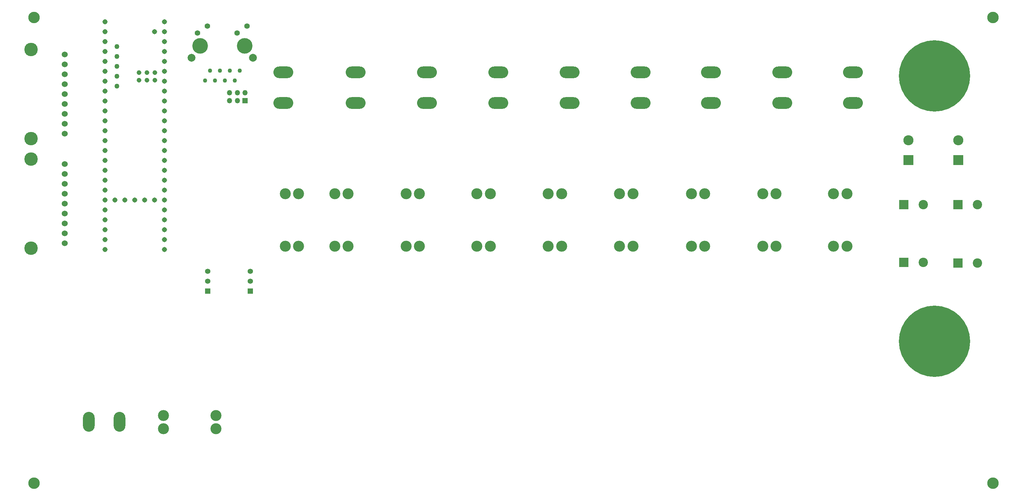
<source format=gbr>
%TF.GenerationSoftware,KiCad,Pcbnew,(5.1.6)-1*%
%TF.CreationDate,2022-03-18T21:22:57-05:00*%
%TF.ProjectId,PackVoltage_2022_Rev1,5061636b-566f-46c7-9461-67655f323032,rev?*%
%TF.SameCoordinates,Original*%
%TF.FileFunction,Soldermask,Bot*%
%TF.FilePolarity,Negative*%
%FSLAX46Y46*%
G04 Gerber Fmt 4.6, Leading zero omitted, Abs format (unit mm)*
G04 Created by KiCad (PCBNEW (5.1.6)-1) date 2022-03-18 21:22:57*
%MOMM*%
%LPD*%
G01*
G04 APERTURE LIST*
%ADD10C,2.946400*%
%ADD11O,5.100000X3.000000*%
%ADD12O,3.000000X5.100000*%
%ADD13C,1.524000*%
%ADD14C,3.450000*%
%ADD15C,18.288000*%
%ADD16C,1.308000*%
%ADD17C,1.258000*%
%ADD18C,1.208000*%
%ADD19C,1.358000*%
%ADD20R,1.358000X1.358000*%
%ADD21C,1.100000*%
%ADD22C,4.000000*%
%ADD23C,1.400000*%
%ADD24C,2.000000*%
%ADD25C,2.819400*%
%ADD26O,2.600000X2.600000*%
%ADD27R,2.600000X2.600000*%
%ADD28O,1.350000X1.350000*%
%ADD29R,1.350000X1.350000*%
%ADD30C,2.400000*%
%ADD31R,2.400000X2.400000*%
G04 APERTURE END LIST*
D10*
%TO.C,REF\u002A\u002A*%
X-21590000Y-29464000D03*
%TD*%
%TO.C,REF\u002A\u002A*%
X-21590000Y-148971000D03*
%TD*%
%TO.C,REF\u002A\u002A*%
X224282000Y-148971000D03*
%TD*%
%TO.C,REF\u002A\u002A*%
X224282000Y-29464000D03*
%TD*%
D11*
%TO.C,Conn12*%
X60864000Y-43492000D03*
X60864000Y-51366000D03*
%TD*%
D12*
%TO.C,Conn11*%
X-7562000Y-133192000D03*
X312000Y-133192000D03*
%TD*%
D11*
%TO.C,Conn10*%
X79152000Y-43492000D03*
X79152000Y-51366000D03*
%TD*%
%TO.C,Conn9*%
X97440000Y-43492000D03*
X97440000Y-51366000D03*
%TD*%
%TO.C,Conn8*%
X115728000Y-43492000D03*
X115728000Y-51366000D03*
%TD*%
%TO.C,Conn7*%
X133889000Y-43492000D03*
X133889000Y-51366000D03*
%TD*%
%TO.C,Conn6*%
X151923000Y-43492000D03*
X151923000Y-51366000D03*
%TD*%
%TO.C,Conn5*%
X170211000Y-43492000D03*
X170211000Y-51366000D03*
%TD*%
%TO.C,Conn4*%
X188372000Y-43492000D03*
X188372000Y-51366000D03*
%TD*%
%TO.C,Conn3*%
X42322000Y-43492000D03*
X42322000Y-51366000D03*
%TD*%
D13*
%TO.C,Conn2*%
X-13716000Y-67056000D03*
X-13716000Y-69596000D03*
X-13716000Y-72136000D03*
X-13716000Y-74676000D03*
D14*
X-22352000Y-65786000D03*
X-22352000Y-88646000D03*
D13*
X-13716000Y-77216000D03*
X-13716000Y-79756000D03*
X-13716000Y-82296000D03*
X-13716000Y-84836000D03*
X-13716000Y-87376000D03*
%TD*%
%TO.C,Conn1*%
X-13716000Y-38989000D03*
X-13716000Y-41529000D03*
X-13716000Y-44069000D03*
X-13716000Y-46609000D03*
D14*
X-22352000Y-37719000D03*
X-22352000Y-60579000D03*
D13*
X-13716000Y-49149000D03*
X-13716000Y-51689000D03*
X-13716000Y-54229000D03*
X-13716000Y-56769000D03*
X-13716000Y-59309000D03*
%TD*%
D15*
%TO.C,V1*%
X209296000Y-112522000D03*
%TD*%
D16*
%TO.C,U20*%
X11811000Y-68707000D03*
X11811000Y-71247000D03*
X11811000Y-73787000D03*
X11811000Y-76327000D03*
X11811000Y-78867000D03*
X11811000Y-81407000D03*
X11811000Y-83947000D03*
X11811000Y-86487000D03*
X11811000Y-89027000D03*
X-3429000Y-89027000D03*
X-3429000Y-86487000D03*
X-3429000Y-83947000D03*
X-3429000Y-81407000D03*
X-3429000Y-78867000D03*
X-3429000Y-76327000D03*
X-3429000Y-73787000D03*
X-3429000Y-71247000D03*
X-3429000Y-68707000D03*
X11811000Y-30607000D03*
X11811000Y-33147000D03*
X11811000Y-35687000D03*
X11811000Y-38227000D03*
X11811000Y-40767000D03*
X11811000Y-43307000D03*
X11811000Y-45847000D03*
X11811000Y-48387000D03*
X11811000Y-50927000D03*
X11811000Y-53467000D03*
X11811000Y-56007000D03*
X11811000Y-58547000D03*
X11811000Y-61087000D03*
X11811000Y-63627000D03*
X-3429000Y-66167000D03*
X-3429000Y-63627000D03*
X-3429000Y-61087000D03*
X-3429000Y-58547000D03*
X-3429000Y-56007000D03*
X-3429000Y-53467000D03*
X-3429000Y-50927000D03*
X-3429000Y-48387000D03*
X-3429000Y-45847000D03*
X-3429000Y-43307000D03*
X-3429000Y-40767000D03*
X-3429000Y-38227000D03*
X-3429000Y-35687000D03*
D17*
X-379000Y-47117000D03*
X-379000Y-44577000D03*
X-379000Y-42037000D03*
X-379000Y-39497000D03*
X-379000Y-36957000D03*
D18*
X5361000Y-43577000D03*
X7361000Y-43577000D03*
X5361000Y-45577000D03*
X7361000Y-45577000D03*
X9361000Y-43577000D03*
X9361000Y-45577000D03*
D16*
X11811000Y-66167000D03*
X6731000Y-76327000D03*
X9271000Y-33147000D03*
X9271000Y-76327000D03*
X4191000Y-76327000D03*
X1651000Y-76327000D03*
X-889000Y-76327000D03*
X-3429000Y-33147000D03*
X-3429000Y-30607000D03*
%TD*%
D19*
%TO.C,U2*%
X22959000Y-94615000D03*
X22959000Y-97155000D03*
D20*
X22959000Y-99695000D03*
%TD*%
D19*
%TO.C,U1*%
X33881000Y-94615000D03*
X33881000Y-97155000D03*
D20*
X33881000Y-99695000D03*
%TD*%
D21*
%TO.C,J1*%
X22223000Y-45639000D03*
X24763000Y-45639000D03*
X27303000Y-45639000D03*
X29843000Y-45639000D03*
X23493000Y-43099000D03*
X26033000Y-43099000D03*
X28573000Y-43099000D03*
X31113000Y-43099000D03*
D22*
X20953000Y-36749000D03*
X32383000Y-36749000D03*
D23*
X22883000Y-31669000D03*
X30453000Y-33459000D03*
X20343000Y-33459000D03*
X32993000Y-31669000D03*
D24*
X34543000Y-39799000D03*
X18793000Y-39799000D03*
%TD*%
D15*
%TO.C,GND1*%
X209296000Y-44450000D03*
%TD*%
D25*
%TO.C,F10*%
X46228000Y-88138000D03*
X42799000Y-88138000D03*
X42799000Y-74676000D03*
X46228000Y-74676000D03*
%TD*%
%TO.C,F9*%
X95377000Y-88138000D03*
X91948000Y-88138000D03*
X91948000Y-74676000D03*
X95377000Y-74676000D03*
%TD*%
%TO.C,F8*%
X113665000Y-88138000D03*
X110236000Y-88138000D03*
X110236000Y-74676000D03*
X113665000Y-74676000D03*
%TD*%
%TO.C,F7*%
X77216000Y-88138000D03*
X73787000Y-88138000D03*
X73787000Y-74676000D03*
X77216000Y-74676000D03*
%TD*%
%TO.C,F6*%
X58928000Y-88138000D03*
X55499000Y-88138000D03*
X55499000Y-74676000D03*
X58928000Y-74676000D03*
%TD*%
%TO.C,F5*%
X11557000Y-135001000D03*
X11557000Y-131572000D03*
X25019000Y-131572000D03*
X25019000Y-135001000D03*
%TD*%
%TO.C,F4*%
X131953000Y-88138000D03*
X128524000Y-88138000D03*
X128524000Y-74676000D03*
X131953000Y-74676000D03*
%TD*%
%TO.C,F3*%
X150368000Y-88138000D03*
X146939000Y-88138000D03*
X146939000Y-74676000D03*
X150368000Y-74676000D03*
%TD*%
%TO.C,F2*%
X168656000Y-88138000D03*
X165227000Y-88138000D03*
X165227000Y-74676000D03*
X168656000Y-74676000D03*
%TD*%
%TO.C,F1*%
X186817000Y-88138000D03*
X183388000Y-88138000D03*
X183388000Y-74676000D03*
X186817000Y-74676000D03*
%TD*%
D26*
%TO.C,D4*%
X215392000Y-60960000D03*
D27*
X215392000Y-66040000D03*
%TD*%
D26*
%TO.C,D3*%
X202565000Y-60960000D03*
D27*
X202565000Y-66040000D03*
%TD*%
D28*
%TO.C,Conn13*%
X28512000Y-48800000D03*
X28512000Y-50800000D03*
X30512000Y-48800000D03*
X30512000Y-50800000D03*
X32512000Y-48800000D03*
D29*
X32512000Y-50800000D03*
%TD*%
D30*
%TO.C,C8*%
X220265000Y-92456000D03*
D31*
X215265000Y-92456000D03*
%TD*%
D30*
%TO.C,C7*%
X206422000Y-92329000D03*
D31*
X201422000Y-92329000D03*
%TD*%
D30*
%TO.C,C6*%
X220265000Y-77470000D03*
D31*
X215265000Y-77470000D03*
%TD*%
D30*
%TO.C,C5*%
X206422000Y-77470000D03*
D31*
X201422000Y-77470000D03*
%TD*%
M02*

</source>
